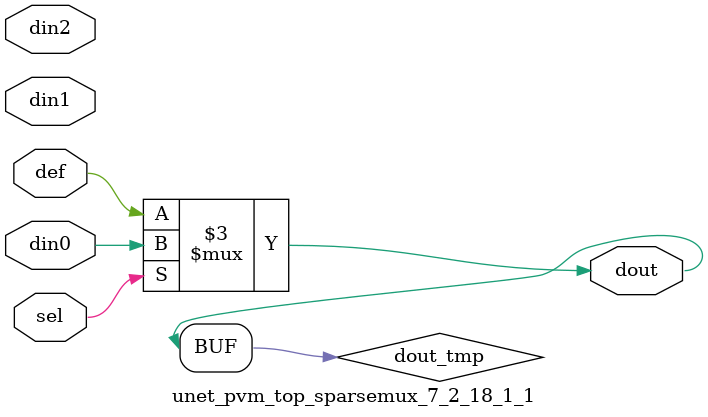
<source format=v>
`timescale 1ns / 1ps

module unet_pvm_top_sparsemux_7_2_18_1_1 (din0,din1,din2,def,sel,dout);

parameter din0_WIDTH = 1;

parameter din1_WIDTH = 1;

parameter din2_WIDTH = 1;

parameter def_WIDTH = 1;
parameter sel_WIDTH = 1;
parameter dout_WIDTH = 1;

parameter [sel_WIDTH-1:0] CASE0 = 1;

parameter [sel_WIDTH-1:0] CASE1 = 1;

parameter [sel_WIDTH-1:0] CASE2 = 1;

parameter ID = 1;
parameter NUM_STAGE = 1;



input [din0_WIDTH-1:0] din0;

input [din1_WIDTH-1:0] din1;

input [din2_WIDTH-1:0] din2;

input [def_WIDTH-1:0] def;
input [sel_WIDTH-1:0] sel;

output [dout_WIDTH-1:0] dout;



reg [dout_WIDTH-1:0] dout_tmp;


always @ (*) begin
(* parallel_case *) case (sel)
    
    CASE0 : dout_tmp = din0;
    
    CASE1 : dout_tmp = din1;
    
    CASE2 : dout_tmp = din2;
    
    default : dout_tmp = def;
endcase
end


assign dout = dout_tmp;



endmodule

</source>
